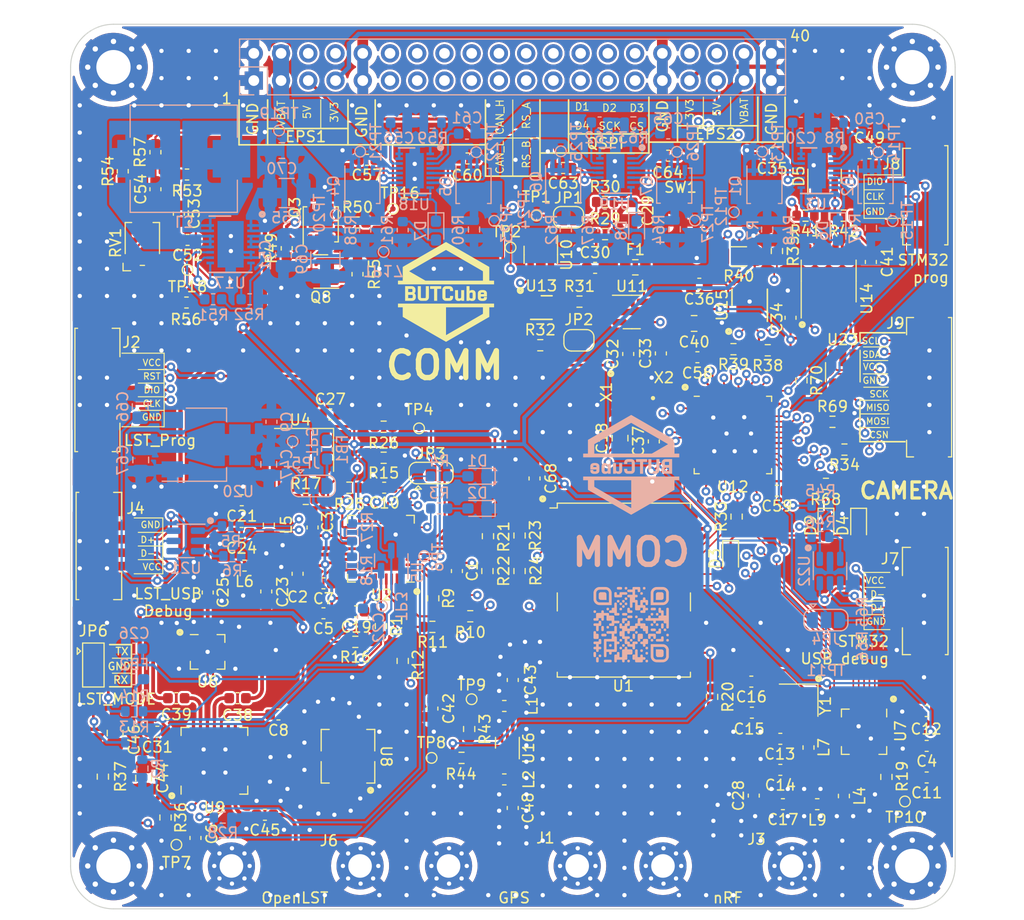
<source format=kicad_pcb>
(kicad_pcb (version 20211014) (generator pcbnew)

  (general
    (thickness 0.986)
  )

  (paper "A4")
  (layers
    (0 "F.Cu" power)
    (1 "In1.Cu" mixed)
    (2 "In2.Cu" mixed)
    (31 "B.Cu" power)
    (32 "B.Adhes" user "B.Adhesive")
    (33 "F.Adhes" user "F.Adhesive")
    (34 "B.Paste" user)
    (35 "F.Paste" user)
    (36 "B.SilkS" user "B.Silkscreen")
    (37 "F.SilkS" user "F.Silkscreen")
    (38 "B.Mask" user)
    (39 "F.Mask" user)
    (40 "Dwgs.User" user "User.Drawings")
    (41 "Cmts.User" user "User.Comments")
    (42 "Eco1.User" user "User.Eco1")
    (43 "Eco2.User" user "User.Eco2")
    (44 "Edge.Cuts" user)
    (45 "Margin" user)
    (46 "B.CrtYd" user "B.Courtyard")
    (47 "F.CrtYd" user "F.Courtyard")
    (48 "B.Fab" user)
    (49 "F.Fab" user)
    (50 "User.1" user)
    (51 "User.2" user)
    (52 "User.3" user)
    (53 "User.4" user)
    (54 "User.5" user)
    (55 "User.6" user)
    (56 "User.7" user)
    (57 "User.8" user)
    (58 "User.9" user)
  )

  (setup
    (stackup
      (layer "F.SilkS" (type "Top Silk Screen"))
      (layer "F.Paste" (type "Top Solder Paste"))
      (layer "F.Mask" (type "Top Solder Mask") (thickness 0.01))
      (layer "F.Cu" (type "copper") (thickness 0.018))
      (layer "dielectric 1" (type "core") (thickness 0.175) (material "FR4") (epsilon_r 4.5) (loss_tangent 0.02))
      (layer "In1.Cu" (type "copper") (thickness 0.035))
      (layer "dielectric 2" (type "prepreg") (thickness 0.51) (material "FR4") (epsilon_r 4.5) (loss_tangent 0.02))
      (layer "In2.Cu" (type "copper") (thickness 0.035))
      (layer "dielectric 3" (type "core") (thickness 0.175) (material "FR4") (epsilon_r 4.5) (loss_tangent 0.02))
      (layer "B.Cu" (type "copper") (thickness 0.018))
      (layer "B.Mask" (type "Bottom Solder Mask") (thickness 0.01))
      (layer "B.Paste" (type "Bottom Solder Paste"))
      (layer "B.SilkS" (type "Bottom Silk Screen"))
      (copper_finish "None")
      (dielectric_constraints no)
    )
    (pad_to_mask_clearance 0)
    (pcbplotparams
      (layerselection 0x00010fc_ffffffff)
      (disableapertmacros false)
      (usegerberextensions false)
      (usegerberattributes true)
      (usegerberadvancedattributes true)
      (creategerberjobfile true)
      (svguseinch false)
      (svgprecision 6)
      (excludeedgelayer true)
      (plotframeref false)
      (viasonmask false)
      (mode 1)
      (useauxorigin false)
      (hpglpennumber 1)
      (hpglpenspeed 20)
      (hpglpendiameter 15.000000)
      (dxfpolygonmode true)
      (dxfimperialunits true)
      (dxfusepcbnewfont true)
      (psnegative false)
      (psa4output false)
      (plotreference true)
      (plotvalue true)
      (plotinvisibletext false)
      (sketchpadsonfab false)
      (subtractmaskfromsilk false)
      (outputformat 1)
      (mirror false)
      (drillshape 1)
      (scaleselection 1)
      (outputdirectory "")
    )
  )

  (net 0 "")
  (net 1 "Net-(C1-Pad1)")
  (net 2 "GND")
  (net 3 "+3V3")
  (net 4 "/OpenLST (Beacon)/PA_VAPC")
  (net 5 "+3V8")
  (net 6 "/OpenLST (Beacon)/VDD_USB_LST")
  (net 7 "Net-(C12-Pad1)")
  (net 8 "Net-(C13-Pad2)")
  (net 9 "Net-(C15-Pad1)")
  (net 10 "Net-(C16-Pad1)")
  (net 11 "Net-(C17-Pad1)")
  (net 12 "Net-(C17-Pad2)")
  (net 13 "/MCU/MCU_POWER")
  (net 14 "Net-(C19-Pad1)")
  (net 15 "/3V3 power share/VCC_EN")
  (net 16 "Net-(C21-Pad2)")
  (net 17 "Net-(C22-Pad1)")
  (net 18 "Net-(C23-Pad2)")
  (net 19 "Net-(C24-Pad1)")
  (net 20 "Net-(C24-Pad2)")
  (net 21 "Net-(C25-Pad2)")
  (net 22 "Net-(C26-Pad1)")
  (net 23 "Net-(C29-Pad1)")
  (net 24 "/3V3 power share/EPS#1")
  (net 25 "Net-(C35-Pad2)")
  (net 26 "Net-(C38-Pad1)")
  (net 27 "Net-(C38-Pad2)")
  (net 28 "Net-(C39-Pad1)")
  (net 29 "Net-(C39-Pad2)")
  (net 30 "/MCU/VREF")
  (net 31 "Net-(C42-Pad1)")
  (net 32 "Net-(C43-Pad1)")
  (net 33 "Net-(C43-Pad2)")
  (net 34 "Net-(C45-Pad1)")
  (net 35 "Net-(C45-Pad2)")
  (net 36 "Net-(C48-Pad1)")
  (net 37 "Net-(C48-Pad2)")
  (net 38 "Net-(C49-Pad1)")
  (net 39 "/3V3 power share/EPS#2")
  (net 40 "Net-(C50-Pad1)")
  (net 41 "VIN")
  (net 42 "Net-(C52-Pad1)")
  (net 43 "Net-(C52-Pad2)")
  (net 44 "Net-(C53-Pad1)")
  (net 45 "Net-(C54-Pad1)")
  (net 46 "/Power Convertor/VBAT1/VCC_EN")
  (net 47 "/Power Convertor/EPS#1_VBAT")
  (net 48 "Net-(C57-Pad2)")
  (net 49 "Net-(C60-Pad1)")
  (net 50 "/Power Convertor/EPS#2_VBAT")
  (net 51 "Net-(C61-Pad1)")
  (net 52 "/5V power share/VCC_EN")
  (net 53 "/5V power share/EPS#1")
  (net 54 "Net-(C63-Pad2)")
  (net 55 "Net-(C64-Pad1)")
  (net 56 "/5V power share/EPS#2")
  (net 57 "Net-(C65-Pad1)")
  (net 58 "/OpenLST (Beacon)/USB_POWER_LST")
  (net 59 "Net-(D1-Pad2)")
  (net 60 "Net-(D2-Pad2)")
  (net 61 "Net-(D3-Pad1)")
  (net 62 "Net-(D4-Pad1)")
  (net 63 "/MCU/CAN_L")
  (net 64 "/MCU/CAN_H")
  (net 65 "Net-(D6-Pad1)")
  (net 66 "Net-(D6-Pad2)")
  (net 67 "Net-(D7-Pad1)")
  (net 68 "Net-(D7-Pad2)")
  (net 69 "Net-(D8-Pad1)")
  (net 70 "Net-(D8-Pad2)")
  (net 71 "Net-(D9-Pad1)")
  (net 72 "Net-(F1-Pad2)")
  (net 73 "Net-(FB1-Pad1)")
  (net 74 "/OpenLST (Beacon)/PROG_DD")
  (net 75 "/OpenLST (Beacon)/PROG_DC")
  (net 76 "/OpenLST (Beacon)/~{LST_RESET}")
  (net 77 "/MCU/USB_POWER")
  (net 78 "/MCU/SWCLK")
  (net 79 "/MCU/SWDIO")
  (net 80 "/MCU/QSPI_D1{slash}CAM_CSN")
  (net 81 "/MCU/QSPI_D2{slash}CAM_MOSI")
  (net 82 "/MCU/QSPI_D3{slash}CAM_MISO")
  (net 83 "/MCU/CAM_SCK")
  (net 84 "+5V")
  (net 85 "/I2C_SDA")
  (net 86 "/I2C_SCL")
  (net 87 "unconnected-(J12-Pad6)")
  (net 88 "unconnected-(J12-Pad8)")
  (net 89 "unconnected-(J12-Pad11)")
  (net 90 "unconnected-(J12-Pad12)")
  (net 91 "unconnected-(J12-Pad13)")
  (net 92 "unconnected-(J12-Pad14)")
  (net 93 "unconnected-(J12-Pad15)")
  (net 94 "unconnected-(J12-Pad16)")
  (net 95 "unconnected-(J12-Pad17)")
  (net 96 "unconnected-(J12-Pad18)")
  (net 97 "/MCU/RS_485_~{B}")
  (net 98 "/MCU/RS_485_A")
  (net 99 "unconnected-(J12-Pad23)")
  (net 100 "unconnected-(J12-Pad24)")
  (net 101 "/MCU/QSPI_D0")
  (net 102 "/MCU/QSPI_SCK")
  (net 103 "/MCU/QSPI_NCS")
  (net 104 "unconnected-(J12-Pad34)")
  (net 105 "unconnected-(J12-Pad36)")
  (net 106 "Net-(JP1-Pad1)")
  (net 107 "/MCU/NRST")
  (net 108 "Net-(JP2-Pad1)")
  (net 109 "Net-(JP2-Pad2)")
  (net 110 "/OpenLST (Beacon)/RF_EN")
  (net 111 "/OpenLST (Beacon)/RF_EN_MCU")
  (net 112 "/OpenLST (Beacon)/RF_PWR_EN")
  (net 113 "Net-(JP4-Pad3)")
  (net 114 "/MCU/VDD_USB")
  (net 115 "Net-(L3-Pad1)")
  (net 116 "Net-(L3-Pad2)")
  (net 117 "Net-(L4-Pad1)")
  (net 118 "Net-(L4-Pad2)")
  (net 119 "Net-(Q1-Pad5)")
  (net 120 "Net-(Q1-Pad4)")
  (net 121 "Net-(Q2-Pad4)")
  (net 122 "Net-(Q2-Pad5)")
  (net 123 "Net-(Q3-Pad4)")
  (net 124 "Net-(Q3-Pad5)")
  (net 125 "Net-(Q4-Pad5)")
  (net 126 "Net-(Q4-Pad4)")
  (net 127 "Net-(Q5-Pad4)")
  (net 128 "Net-(Q5-Pad5)")
  (net 129 "Net-(Q6-Pad5)")
  (net 130 "Net-(Q6-Pad4)")
  (net 131 "Net-(Q7-Pad4)")
  (net 132 "Net-(Q7-Pad5)")
  (net 133 "/OpenLST (Beacon)/~{LST_RX_MODE}")
  (net 134 "/OpenLST (Beacon)/LST_TX_MODE")
  (net 135 "Net-(R3-Pad2)")
  (net 136 "Net-(R4-Pad2)")
  (net 137 "Net-(R5-Pad1)")
  (net 138 "/OpenLST (Beacon)/USB_N")
  (net 139 "/OpenLST (Beacon)/USB_P")
  (net 140 "Net-(R6-Pad2)")
  (net 141 "Net-(R8-Pad2)")
  (net 142 "Net-(R9-Pad1)")
  (net 143 "/OpenLST (Beacon)/UART0_CTS")
  (net 144 "Net-(R10-Pad1)")
  (net 145 "/OpenLST (Beacon)/UART0_RTS")
  (net 146 "Net-(R11-Pad1)")
  (net 147 "/OpenLST (Beacon)/UART0_RX")
  (net 148 "Net-(R12-Pad1)")
  (net 149 "/OpenLST (Beacon)/UART0_TX")
  (net 150 "Net-(R15-Pad2)")
  (net 151 "Net-(R16-Pad2)")
  (net 152 "Net-(R17-Pad1)")
  (net 153 "Net-(R17-Pad2)")
  (net 154 "Net-(R19-Pad2)")
  (net 155 "/OpenLST (Beacon)/AN0")
  (net 156 "/OpenLST (Beacon)/AN1")
  (net 157 "Net-(R25-Pad2)")
  (net 158 "/OpenLST (Beacon)/RF_BYP")
  (net 159 "Net-(R32-Pad1)")
  (net 160 "/MCU/LED2")
  (net 161 "/MCU/CAN_RS")
  (net 162 "/MCU/RS_485_R_EN")
  (net 163 "/MCU/RS_485_T_EN")
  (net 164 "Net-(R43-Pad2)")
  (net 165 "Net-(R44-Pad1)")
  (net 166 "Net-(R44-Pad2)")
  (net 167 "Net-(R45-Pad1)")
  (net 168 "/MCU/USB_N")
  (net 169 "/MCU/USB_P")
  (net 170 "Net-(R46-Pad2)")
  (net 171 "Net-(R51-Pad2)")
  (net 172 "Net-(R52-Pad1)")
  (net 173 "Net-(R54-Pad2)")
  (net 174 "Net-(R59-Pad2)")
  (net 175 "Net-(R63-Pad2)")
  (net 176 "unconnected-(U1-Pad1)")
  (net 177 "unconnected-(U1-Pad3)")
  (net 178 "/GPS Module/IRQ")
  (net 179 "unconnected-(U1-Pad5)")
  (net 180 "unconnected-(U1-Pad6)")
  (net 181 "/GPS Module/RESET")
  (net 182 "unconnected-(U1-Pad15)")
  (net 183 "unconnected-(U1-Pad16)")
  (net 184 "unconnected-(U1-Pad17)")
  (net 185 "/GPS Module/TXD")
  (net 186 "/GPS Module/RXD")
  (net 187 "unconnected-(U2-Pad8)")
  (net 188 "unconnected-(U2-Pad18)")
  (net 189 "unconnected-(U2-Pad20)")
  (net 190 "/MCU/NRF_CE")
  (net 191 "/MCU/NRF_SPI_CSN")
  (net 192 "/MCU/NRF_SPI_SCK")
  (net 193 "/MCU/NRF_SPI_MOSI")
  (net 194 "/MCU/NRF_SPI_MISO")
  (net 195 "/MCU/NRF_IRQ")
  (net 196 "Net-(U8-Pad2)")
  (net 197 "Net-(U8-Pad6)")
  (net 198 "unconnected-(U9-Pad14)")
  (net 199 "unconnected-(U9-Pad16)")
  (net 200 "unconnected-(U9-Pad25)")
  (net 201 "unconnected-(U10-Pad3)")
  (net 202 "/MCU/WDG_RESET")
  (net 203 "unconnected-(U11-Pad3)")
  (net 204 "unconnected-(U12-Pad1)")
  (net 205 "/MCU/LSE")
  (net 206 "/MCU/HSE")
  (net 207 "/MCU/CAN_RX")
  (net 208 "/MCU/CAN_TX")
  (net 209 "unconnected-(U13-Pad3)")
  (net 210 "/MCU/RS_485_R")
  (net 211 "/MCU/RS_485_T")
  (net 212 "unconnected-(U15-Pad7)")
  (net 213 "Net-(JP6-Pad3)")
  (net 214 "/camera/CAM_VCC")
  (net 215 "Net-(R70-Pad1)")
  (net 216 "Net-(J4-Pad2)")
  (net 217 "Net-(J4-Pad3)")
  (net 218 "Net-(J7-Pad2)")
  (net 219 "Net-(J7-Pad3)")
  (net 220 "Net-(JP6-Pad1)")
  (net 221 "unconnected-(X1-Pad1)")

  (footprint "Capacitor_SMD:C_0805_2012Metric_Pad1.18x1.45mm_HandSolder" (layer "F.Cu") (at 143.1544 71.9044))

  (footprint "TCY_Buttons:KMT031NGJLHS" (layer "F.Cu") (at 141.8844 61.5881))

  (footprint "Resistor_SMD:R_0603_1608Metric" (layer "F.Cu") (at 93.853 117.983 90))

  (footprint "Resistor_SMD:R_0603_1608Metric" (layer "F.Cu") (at 157.099 61.849 180))

  (footprint "Package_DFN_QFN:QFN-20-1EP_4x4mm_P0.5mm_EP2.5x2.5mm" (layer "F.Cu") (at 159.004 109.982 -90))

  (footprint "MountingHole:MountingHole_3.2mm_M3_Pad_Via" (layer "F.Cu") (at 163.5 122.5))

  (footprint "Resistor_SMD:R_0603_1608Metric" (layer "F.Cu") (at 123.9266 91.7448 90))

  (footprint "Capacitor_SMD:C_0603_1608Metric" (layer "F.Cu") (at 94.8583 106.8505))

  (footprint "Resistor_SMD:R_1206_3216Metric" (layer "F.Cu") (at 147.32 65.659 180))

  (footprint "Inductor_SMD:L_0603_1608Metric" (layer "F.Cu") (at 103.492 90.678 -90))

  (footprint "Resistor_SMD:R_0603_1608Metric" (layer "F.Cu") (at 121.4628 112.4204))

  (footprint "MountingHole:MountingHole_3.2mm_M3_Pad_Via" (layer "F.Cu") (at 89 48))

  (footprint "Capacitor_SMD:C_0603_1608Metric" (layer "F.Cu") (at 100.965 88.392))

  (footprint "TCY_Connector:Amphenol 10114830-10104LF 1x04 Horizontal" (layer "F.Cu") (at 88.265 92.6592 -90))

  (footprint "Capacitor_SMD:C_0603_1608Metric" (layer "F.Cu") (at 128.27 86.36 90))

  (footprint "Capacitor_SMD:C_0603_1608Metric" (layer "F.Cu") (at 152.146 71.374 90))

  (footprint "Resistor_SMD:R_0603_1608Metric" (layer "F.Cu") (at 153.162 77.216 -90))

  (footprint "Capacitor_SMD:C_0603_1608Metric" (layer "F.Cu") (at 114.2492 87.2236 180))

  (footprint "Inductor_SMD:L_0603_1608Metric" (layer "F.Cu") (at 125.45 114.427 180))

  (footprint "RF_GPS:ublox_NEO" (layer "F.Cu") (at 136.6012 96.774))

  (footprint "Package_TO_SOT_SMD:SOT-23-6_Handsoldering" (layer "F.Cu") (at 157.0228 76.454 -90))

  (footprint "Capacitor_SMD:C_0603_1608Metric" (layer "F.Cu") (at 108.585 96.139 180))

  (footprint "Inductor_SMD:L_0603_1608Metric" (layer "F.Cu") (at 105.156 64.897 90))

  (footprint "Resistor_SMD:R_0603_1608Metric" (layer "F.Cu") (at 161.0868 114.1984 90))

  (footprint "Jumper:SolderJumper-2_P1.3mm_Open_RoundedPad1.0x1.5mm" (layer "F.Cu") (at 132.4108 73.4753 180))

  (footprint "Capacitor_SMD:C_0603_1608Metric" (layer "F.Cu") (at 118.745 107.823 -90))

  (footprint "Jumper:SolderJumper-2_P1.3mm_Open_RoundedPad1.0x1.5mm" (layer "F.Cu") (at 131.4456 61.9945))

  (footprint "Inductor_SMD:L_0603_1608Metric" (layer "F.Cu") (at 95.8596 58.0136))

  (footprint "Capacitor_SMD:C_0603_1608Metric" (layer "F.Cu") (at 133.9218 66.7189))

  (footprint "Capacitor_SMD:C_0603_1608Metric" (layer "F.Cu") (at 126.24 105.156 -90))

  (footprint "Capacitor_SMD:C_0603_1608Metric" (layer "F.Cu") (at 151.1938 113.538))

  (footprint "MountingHole:MountingHole_3.2mm_M3_Pad_Via" (layer "F.Cu") (at 163.5 48))

  (footprint "Resistor_SMD:R_0603_1608Metric" (layer "F.Cu") (at 111.5568 101.6 180))

  (footprint "Resistor_SMD:R_0603_1608Metric" (layer "F.Cu") (at 118.8212 97.536 -90))

  (footprint "Resistor_SMD:R_0603_1608Metric" (layer "F.Cu") (at 134.8492 60.5721))

  (footprint "Resistor_SMD:R_0603_1608Metric" (layer "F.Cu") (at 157.1752 83.6676 180))

  (footprint "Capacitor_SMD:C_0603_1608Metric" (layer "F.Cu") (at 122.0216 56.515))

  (footprint "TCY_Connector:TestPoint_Pad_D0.5mm" (layer "F.Cu") (at 122.4026 106.947))

  (footprint "Resistor_SMD:R_0603_1608Metric" (layer "F.Cu") (at 126.873 94.996 90))

  (footprint "Resistor_SMD:R_0603_1608Metric" (layer "F.Cu") (at 115.9764 103.378 -90))

  (footprint "Capacitor_SMD:C_0603_1608Metric" (layer "F.Cu") (at 139.3952 82.9056 90))

  (footprint "Resistor_SMD:R_0603_1608Metric" (layer "F.Cu") (at 110.998 87.2236))

  (footprint "Resistor_SMD:R_0603_1608Metric" (layer "F.Cu") (at 113.9444 100.1268 90))

  (footprint "footprints:iPEX" (layer "F.Cu") (at 146.25 122.5 180))

  (footprint "Capacitor_SMD:C_0603_1608Metric" (layer "F.Cu") (at 148.717 115.938 90))

  (footprint "Capacitor_SMD:C_0603_1608Metric" (layer "F.Cu") (at 164.846 114.2492 180))

  (footprint "Capacitor_SMD:C_0603_1608Metric" (layer "F.Cu") (at 112.649 56.642))

  (footprint "Inductor_SMD:L_0603_1608Metric" (layer "F.Cu") (at 153.8224 111.4552 -90))

  (footprint "Capacitor_SMD:C_0603_1608Metric" (layer "F.Cu") (at 137.414 61.3849 -90))

  (footprint "Capacitor_SMD:C_0603_1608Metric" (layer "F.Cu") (at 159.517223 56.0263))

  (footprint "Resistor_SMD:R_0603_1608Metric" (layer "F.Cu") (at 144.8308 106.7308 90))

  (footprint "Resistor_SMD:R_0603_1608Metric" (layer "F.Cu") (at 123.8758 94.996 90))

  (footprint "footprints:iPEX" (layer "F.Cu") (at 106 122.5 180))

  (footprint "Capacitor_SMD:C_0603_1608Metric" (layer "F.Cu") (at 100.952 91.44 180))

  (footprint "TCY_Connector:TestPoint_Pad_D0.5mm" (layer "F.Cu") (at 117.5004 81.6864))

  (footprint "Package_DFN_QFN:DFN-10-1EP_3x3mm_P0.5mm_EP1.55x2.48mm" (layer "F.Cu")
    (tedit 5EA4BECA) (tstamp 64263d5c-9427-4c92-a73a-afe8e63e20fb)
    (at 148.336 70.2056 90)
    (descr "10-Lead Plastic Dual Flat, No Lead Package (MF) - 3x3x0.9 mm Body [DFN] (see Microchip Packaging Specification 00000049BS.pdf)")
    (tags "DFN 0.5")
    (property "Sheetfile" "mcu_comm.kicad_sch")
    (property "Sheetname" "MCU")
    (path "/81a5172c-b171-400d-8856-41d6e486bdd1/a66e8b44-b972-4f7b-ba80-f64e58de1944")
    (attr smd)
    (fp_text reference "U15" (at 0 -2.575 90) (layer "F.SilkS")
      (effects (font (size 1 1) (thickness 0.15)))
      (tstamp af58d6aa-33e4-4da2-8ea3-2304125e31c0)
    )
    (fp_text value "MAX13430ETB+" (at 0 2.575 90) (layer "F.Fab")
      (effects (font (size 1 1) (thickness 0.15)))
      (tstamp 94937ca0-c1d9-424d-88cf-010fb503f8a5)
    )
    (fp_text user "${REFERENCE}" (at 0 0 90) (layer "F.Fab")
      (effects (font (size 0.7 0.7) (thickness 0.105)))
      (tstamp 67a55320-79e2-4952-9d6a-671cbdcfc9f7)
    )
    (fp_line (start -1.5 1.65) (end 1.5 1.65) (layer "F.SilkS") (width 0.15) (tstamp 47b3834c-8a87-4af3-9143-c88b9cd89304))
    (fp_line (start 0 -1.65) (end 1.5 -1.65) (layer "F.SilkS") (width 0.15) (tstamp adc74667-5dec-4b95-9d35-ffc7db9ad260))
    (fp_line (start -2.15 -1.85) (end -2.15 1.85) (layer "F.CrtYd") (width 0.05) (tstamp 20c401b1-c1bb-42cd-8ef2-fd89663a6cf3))
    (fp_line (start -2.15 1.85) (end 2.15 1.85) (layer "F.CrtYd") (width 0.05) (tstamp a7098063-91db-4dae-8c97-631051e8de0e))
    (fp_line (start 2.15 -1.85) (end 2.15 1.85) (layer "F.CrtYd") (width 0.05) (tstamp d1594cc0-0357-4de5-8d76-bb3a044297b2))
    (fp_line (start -2.15 -1.85) (end 2.15 -1.85) (layer "F.CrtYd") (width 0.05) (tstamp d500cfb3-be5f-4c90-8432-d0e5e29eda2a))
    (fp_line (start -1.5 -0.5) (end -0.5 -1.5) (layer "F.Fab") (width 0.15) (tstamp 4013842c-f594-4f18-a07a-785be971cdaf))
    (fp_line (start -1.5 1.5) (end -1.5 -0.5) (layer "F.Fab") (width 0.15) (tstamp 68cc97a1-6c76-411f-a28b-36162918d55d))
    (fp_line (start 1.5 1.5) (end -1.5 1.5) (layer "F.Fab") (width 0.15) (tstamp 6a2b63d3-b52c-4af8-b72e-63fe811d3d24))
    (fp_line (start 1.5 -1.5) (end 1.5 1.5) (layer "F.Fab") (width 0.15) (tstamp b6b0b082-3ad5-486d-9247-7e4db31838ef))
    (fp_line (start -0.5 -1.5) (end 1.5 -1.5) (layer "F.Fab") (width 0.15) (tstamp c40a33aa-f777-4109-9efd-12123c039897))
    (pad "" smd rect locked (at 0.3875 0.62 90) (size 0.6 1.05) (layers "F.Paste") (tstamp 13432df8-5be2-422d-b431-13bedccbff4d))
    (pad "" smd rect locked (at -0.3875 -0.62 90) (size 0.6 1.05) (layers "F.Paste") (tstamp 4be9d67c-a6f3-435e-8133-0f53bd74a878))
    (pad "" smd rect locked (at -0.3875 0.62 90) (size 0.6 1.05) (layers "F.Paste") (tstamp 5d69c
... [4139533 chars truncated]
</source>
